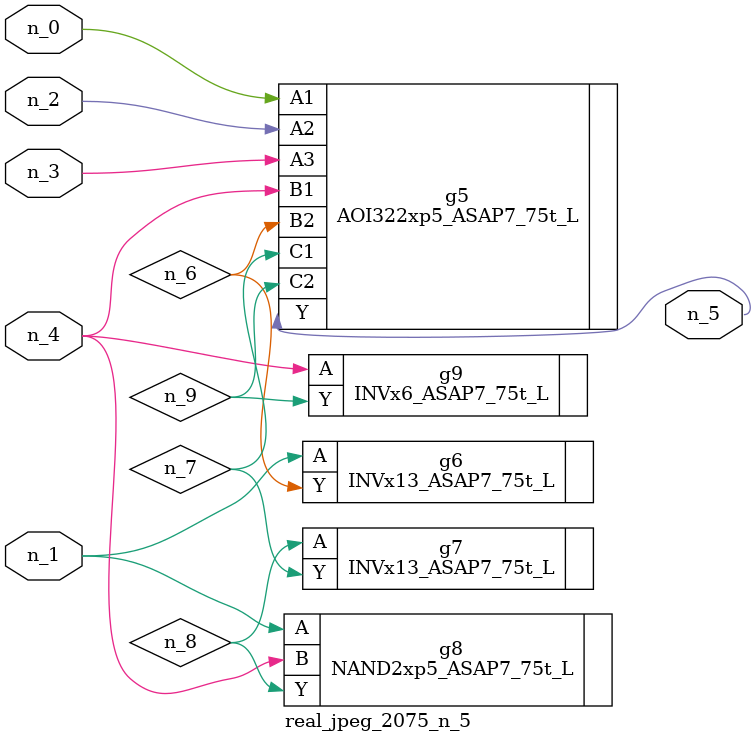
<source format=v>
module real_jpeg_2075_n_5 (n_4, n_0, n_1, n_2, n_3, n_5);

input n_4;
input n_0;
input n_1;
input n_2;
input n_3;

output n_5;

wire n_8;
wire n_6;
wire n_7;
wire n_9;

AOI322xp5_ASAP7_75t_L g5 ( 
.A1(n_0),
.A2(n_2),
.A3(n_3),
.B1(n_4),
.B2(n_6),
.C1(n_7),
.C2(n_9),
.Y(n_5)
);

INVx13_ASAP7_75t_L g6 ( 
.A(n_1),
.Y(n_6)
);

NAND2xp5_ASAP7_75t_L g8 ( 
.A(n_1),
.B(n_4),
.Y(n_8)
);

INVx6_ASAP7_75t_L g9 ( 
.A(n_4),
.Y(n_9)
);

INVx13_ASAP7_75t_L g7 ( 
.A(n_8),
.Y(n_7)
);


endmodule
</source>
